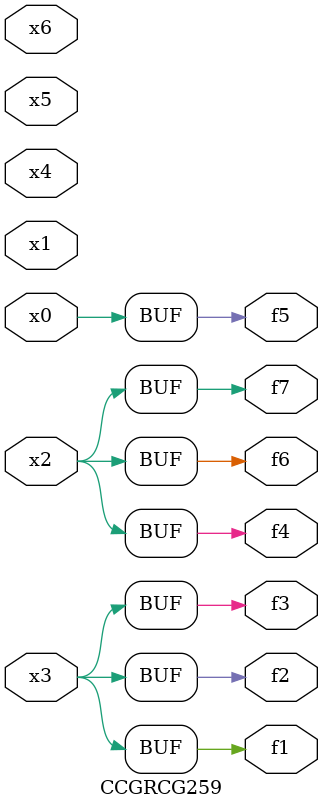
<source format=v>
module CCGRCG259(
	input x0, x1, x2, x3, x4, x5, x6,
	output f1, f2, f3, f4, f5, f6, f7
);
	assign f1 = x3;
	assign f2 = x3;
	assign f3 = x3;
	assign f4 = x2;
	assign f5 = x0;
	assign f6 = x2;
	assign f7 = x2;
endmodule

</source>
